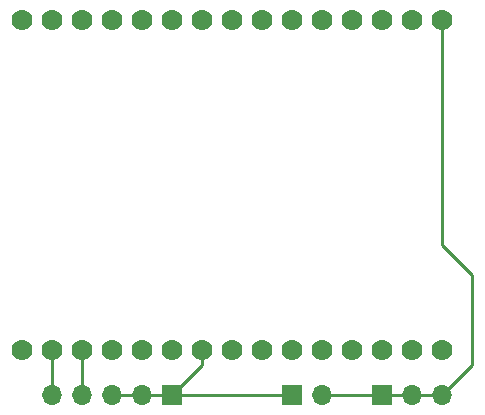
<source format=gbr>
%TF.GenerationSoftware,KiCad,Pcbnew,(6.0.5)*%
%TF.CreationDate,2022-07-16T11:03:20+01:00*%
%TF.ProjectId,wheelchairPCB,77686565-6c63-4686-9169-725043422e6b,rev?*%
%TF.SameCoordinates,Original*%
%TF.FileFunction,Copper,L1,Top*%
%TF.FilePolarity,Positive*%
%FSLAX46Y46*%
G04 Gerber Fmt 4.6, Leading zero omitted, Abs format (unit mm)*
G04 Created by KiCad (PCBNEW (6.0.5)) date 2022-07-16 11:03:20*
%MOMM*%
%LPD*%
G01*
G04 APERTURE LIST*
%TA.AperFunction,ComponentPad*%
%ADD10R,1.700000X1.700000*%
%TD*%
%TA.AperFunction,ComponentPad*%
%ADD11O,1.700000X1.700000*%
%TD*%
%TA.AperFunction,ComponentPad*%
%ADD12C,1.778000*%
%TD*%
%TA.AperFunction,Conductor*%
%ADD13C,0.250000*%
%TD*%
%TA.AperFunction,Conductor*%
%ADD14C,0.391160*%
%TD*%
G04 APERTURE END LIST*
D10*
%TO.P,J3,1,Pin_1*%
%TO.N,Net-(J1-Pad1)*%
X162560000Y-81280000D03*
D11*
%TO.P,J3,2,Pin_2*%
X160020000Y-81280000D03*
%TO.P,J3,3,Pin_3*%
X157480000Y-81280000D03*
%TO.P,J3,4,Pin_4*%
%TO.N,Net-(J3-Pad4)*%
X154940000Y-81280000D03*
%TO.P,J3,5,Pin_5*%
%TO.N,Net-(J3-Pad5)*%
X152400000Y-81280000D03*
%TD*%
D10*
%TO.P,J2,1,Pin_1*%
%TO.N,Net-(J1-Pad2)*%
X180340000Y-81280000D03*
D11*
%TO.P,J2,2,Pin_2*%
X182880000Y-81280000D03*
%TO.P,J2,3,Pin_3*%
X185420000Y-81280000D03*
%TD*%
D10*
%TO.P,J1,1,Pin_1*%
%TO.N,Net-(J1-Pad1)*%
X172720000Y-81280000D03*
D11*
%TO.P,J1,2,Pin_2*%
%TO.N,Net-(J1-Pad2)*%
X175260000Y-81280000D03*
%TD*%
D12*
%TO.P,U1,1,A0*%
%TO.N,unconnected-(U1-Pad1)*%
X149860000Y-49530000D03*
%TO.P,U1,2,GND*%
%TO.N,unconnected-(U1-Pad2)*%
X152400000Y-49530000D03*
%TO.P,U1,3,VU*%
%TO.N,unconnected-(U1-Pad3)*%
X154940000Y-49530000D03*
%TO.P,U1,4,S3*%
%TO.N,unconnected-(U1-Pad4)*%
X157480000Y-49530000D03*
%TO.P,U1,5,S2*%
%TO.N,unconnected-(U1-Pad5)*%
X160020000Y-49530000D03*
%TO.P,U1,6,S1*%
%TO.N,unconnected-(U1-Pad6)*%
X162560000Y-49530000D03*
%TO.P,U1,7,SC*%
%TO.N,unconnected-(U1-Pad7)*%
X165100000Y-49530000D03*
%TO.P,U1,8,S0*%
%TO.N,unconnected-(U1-Pad8)*%
X167640000Y-49530000D03*
%TO.P,U1,9,SK*%
%TO.N,unconnected-(U1-Pad9)*%
X170180000Y-49530000D03*
%TO.P,U1,10,GND*%
%TO.N,unconnected-(U1-Pad10)*%
X172720000Y-49530000D03*
%TO.P,U1,11,3V3*%
%TO.N,unconnected-(U1-Pad11)*%
X175260000Y-49530000D03*
%TO.P,U1,12,EN*%
%TO.N,unconnected-(U1-Pad12)*%
X177800000Y-49530000D03*
%TO.P,U1,13,RST*%
%TO.N,unconnected-(U1-Pad13)*%
X180340000Y-49530000D03*
%TO.P,U1,14,GND*%
%TO.N,unconnected-(U1-Pad14)*%
X182880000Y-49530000D03*
%TO.P,U1,15,VIN*%
%TO.N,Net-(J1-Pad2)*%
X185420000Y-49530000D03*
%TO.P,U1,16,3V3*%
%TO.N,unconnected-(U1-Pad16)*%
X185420000Y-77470000D03*
%TO.P,U1,17,GND*%
%TO.N,unconnected-(U1-Pad17)*%
X182880000Y-77470000D03*
%TO.P,U1,18,TX*%
%TO.N,unconnected-(U1-Pad18)*%
X180340000Y-77470000D03*
%TO.P,U1,19,RX*%
%TO.N,unconnected-(U1-Pad19)*%
X177800000Y-77470000D03*
%TO.P,U1,20,D8*%
%TO.N,unconnected-(U1-Pad20)*%
X175260000Y-77470000D03*
%TO.P,U1,21,D7*%
%TO.N,unconnected-(U1-Pad21)*%
X172720000Y-77470000D03*
%TO.P,U1,22,D6*%
%TO.N,unconnected-(U1-Pad22)*%
X170180000Y-77470000D03*
%TO.P,U1,23,D5*%
%TO.N,unconnected-(U1-Pad23)*%
X167640000Y-77470000D03*
%TO.P,U1,24,GND*%
%TO.N,Net-(J1-Pad1)*%
X165100000Y-77470000D03*
%TO.P,U1,25,3V3*%
%TO.N,unconnected-(U1-Pad25)*%
X162560000Y-77470000D03*
%TO.P,U1,26,D4*%
%TO.N,unconnected-(U1-Pad26)*%
X160020000Y-77470000D03*
%TO.P,U1,27,D3*%
%TO.N,unconnected-(U1-Pad27)*%
X157480000Y-77470000D03*
%TO.P,U1,28,D2*%
%TO.N,Net-(J3-Pad4)*%
X154940000Y-77470000D03*
%TO.P,U1,29,D1*%
%TO.N,Net-(J3-Pad5)*%
X152400000Y-77470000D03*
%TO.P,U1,30,D0*%
%TO.N,unconnected-(U1-Pad30)*%
X149860000Y-77470000D03*
%TD*%
D13*
%TO.N,Net-(J3-Pad5)*%
X152400000Y-81280000D02*
X152400000Y-77470000D01*
%TO.N,Net-(J3-Pad4)*%
X154940000Y-81280000D02*
X154940000Y-77470000D01*
%TO.N,Net-(J1-Pad1)*%
X157480000Y-81280000D02*
X160020000Y-81280000D01*
X160020000Y-81280000D02*
X162560000Y-81280000D01*
X165100000Y-77470000D02*
X165100000Y-78740000D01*
X165100000Y-78740000D02*
X162560000Y-81280000D01*
X172720000Y-81280000D02*
X162560000Y-81280000D01*
%TO.N,Net-(J1-Pad2)*%
X175260000Y-81280000D02*
X180340000Y-81280000D01*
X180340000Y-81280000D02*
X182880000Y-81280000D01*
X182880000Y-81280000D02*
X185420000Y-81280000D01*
X187960000Y-78740000D02*
X185420000Y-81280000D01*
X187960000Y-71120000D02*
X187960000Y-78740000D01*
X185420000Y-49530000D02*
X185420000Y-68580000D01*
X185420000Y-68580000D02*
X187960000Y-71120000D01*
D14*
%TO.N,Net-(J3-Pad4)*%
X154480000Y-77930000D02*
X154940000Y-77470000D01*
%TD*%
M02*

</source>
